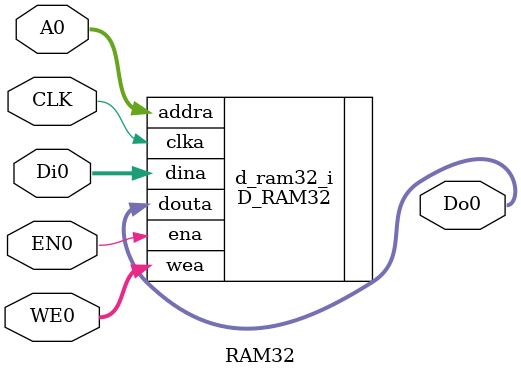
<source format=v>

module RAM32
(
   input wire CLK,
   input wire [3:0] WE0,
   input wire EN0,
   input wire [4:0] A0,
   input wire [31:0] Di0,
   output wire [31:0] Do0
);

  D_RAM32 d_ram32_i
  (
      .clka (CLK),
      .wea  (WE0),
      .ena  (EN0),
      .addra (A0),
      .dina  (Di0),
      .douta (Do0)
  );

endmodule


</source>
